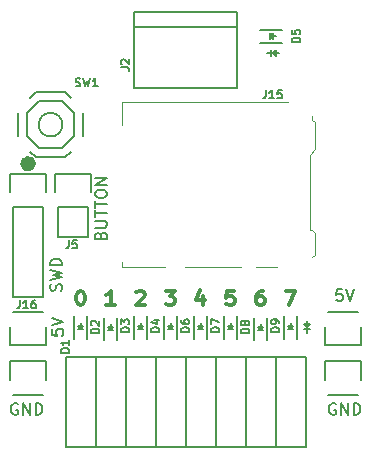
<source format=gbr>
G04 #@! TF.GenerationSoftware,KiCad,Pcbnew,5.1.5*
G04 #@! TF.CreationDate,2020-03-16T00:35:52-04:00*
G04 #@! TF.ProjectId,dot-driver,646f742d-6472-4697-9665-722e6b696361,rev?*
G04 #@! TF.SameCoordinates,Original*
G04 #@! TF.FileFunction,Legend,Top*
G04 #@! TF.FilePolarity,Positive*
%FSLAX46Y46*%
G04 Gerber Fmt 4.6, Leading zero omitted, Abs format (unit mm)*
G04 Created by KiCad (PCBNEW 5.1.5) date 2020-03-16 00:35:52*
%MOMM*%
%LPD*%
G04 APERTURE LIST*
%ADD10C,0.150000*%
%ADD11C,0.200000*%
%ADD12C,0.800000*%
%ADD13C,0.300000*%
%ADD14C,0.120000*%
G04 APERTURE END LIST*
D10*
X148590000Y-80010000D02*
X148590000Y-80518000D01*
X148209000Y-80518000D02*
X148209000Y-80010000D01*
X148844000Y-80264000D02*
X147828000Y-80264000D01*
X148590000Y-80518000D02*
X148336000Y-80264000D01*
X148336000Y-80264000D02*
X148590000Y-80010000D01*
X151511000Y-103632000D02*
X151003000Y-103632000D01*
X151257000Y-103505000D02*
X151003000Y-103251000D01*
X151511000Y-103251000D02*
X151257000Y-103505000D01*
X151003000Y-103251000D02*
X151511000Y-103251000D01*
X151257000Y-102997000D02*
X151257000Y-104013000D01*
D11*
X133786571Y-95733904D02*
X133834190Y-95591047D01*
X133881809Y-95543428D01*
X133977047Y-95495809D01*
X134119904Y-95495809D01*
X134215142Y-95543428D01*
X134262761Y-95591047D01*
X134310380Y-95686285D01*
X134310380Y-96067238D01*
X133310380Y-96067238D01*
X133310380Y-95733904D01*
X133358000Y-95638666D01*
X133405619Y-95591047D01*
X133500857Y-95543428D01*
X133596095Y-95543428D01*
X133691333Y-95591047D01*
X133738952Y-95638666D01*
X133786571Y-95733904D01*
X133786571Y-96067238D01*
X133310380Y-95067238D02*
X134119904Y-95067238D01*
X134215142Y-95019619D01*
X134262761Y-94972000D01*
X134310380Y-94876761D01*
X134310380Y-94686285D01*
X134262761Y-94591047D01*
X134215142Y-94543428D01*
X134119904Y-94495809D01*
X133310380Y-94495809D01*
X133310380Y-94162476D02*
X133310380Y-93591047D01*
X134310380Y-93876761D02*
X133310380Y-93876761D01*
X133310380Y-93400571D02*
X133310380Y-92829142D01*
X134310380Y-93114857D02*
X133310380Y-93114857D01*
X133310380Y-92305333D02*
X133310380Y-92114857D01*
X133358000Y-92019619D01*
X133453238Y-91924380D01*
X133643714Y-91876761D01*
X133977047Y-91876761D01*
X134167523Y-91924380D01*
X134262761Y-92019619D01*
X134310380Y-92114857D01*
X134310380Y-92305333D01*
X134262761Y-92400571D01*
X134167523Y-92495809D01*
X133977047Y-92543428D01*
X133643714Y-92543428D01*
X133453238Y-92495809D01*
X133358000Y-92400571D01*
X133310380Y-92305333D01*
X134310380Y-91448190D02*
X133310380Y-91448190D01*
X134310380Y-90876761D01*
X133310380Y-90876761D01*
D12*
X127918981Y-89662000D02*
G75*
G03X127918981Y-89662000I-283981J0D01*
G01*
D11*
X130452761Y-100417142D02*
X130500380Y-100274285D01*
X130500380Y-100036190D01*
X130452761Y-99940952D01*
X130405142Y-99893333D01*
X130309904Y-99845714D01*
X130214666Y-99845714D01*
X130119428Y-99893333D01*
X130071809Y-99940952D01*
X130024190Y-100036190D01*
X129976571Y-100226666D01*
X129928952Y-100321904D01*
X129881333Y-100369523D01*
X129786095Y-100417142D01*
X129690857Y-100417142D01*
X129595619Y-100369523D01*
X129548000Y-100321904D01*
X129500380Y-100226666D01*
X129500380Y-99988571D01*
X129548000Y-99845714D01*
X129500380Y-99512380D02*
X130500380Y-99274285D01*
X129786095Y-99083809D01*
X130500380Y-98893333D01*
X129500380Y-98655238D01*
X130500380Y-98274285D02*
X129500380Y-98274285D01*
X129500380Y-98036190D01*
X129548000Y-97893333D01*
X129643238Y-97798095D01*
X129738476Y-97750476D01*
X129928952Y-97702857D01*
X130071809Y-97702857D01*
X130262285Y-97750476D01*
X130357523Y-97798095D01*
X130452761Y-97893333D01*
X130500380Y-98036190D01*
X130500380Y-98274285D01*
X154241523Y-100290380D02*
X153765333Y-100290380D01*
X153717714Y-100766571D01*
X153765333Y-100718952D01*
X153860571Y-100671333D01*
X154098666Y-100671333D01*
X154193904Y-100718952D01*
X154241523Y-100766571D01*
X154289142Y-100861809D01*
X154289142Y-101099904D01*
X154241523Y-101195142D01*
X154193904Y-101242761D01*
X154098666Y-101290380D01*
X153860571Y-101290380D01*
X153765333Y-101242761D01*
X153717714Y-101195142D01*
X154574857Y-100290380D02*
X154908190Y-101290380D01*
X155241523Y-100290380D01*
X153670095Y-109990000D02*
X153574857Y-109942380D01*
X153432000Y-109942380D01*
X153289142Y-109990000D01*
X153193904Y-110085238D01*
X153146285Y-110180476D01*
X153098666Y-110370952D01*
X153098666Y-110513809D01*
X153146285Y-110704285D01*
X153193904Y-110799523D01*
X153289142Y-110894761D01*
X153432000Y-110942380D01*
X153527238Y-110942380D01*
X153670095Y-110894761D01*
X153717714Y-110847142D01*
X153717714Y-110513809D01*
X153527238Y-110513809D01*
X154146285Y-110942380D02*
X154146285Y-109942380D01*
X154717714Y-110942380D01*
X154717714Y-109942380D01*
X155193904Y-110942380D02*
X155193904Y-109942380D01*
X155432000Y-109942380D01*
X155574857Y-109990000D01*
X155670095Y-110085238D01*
X155717714Y-110180476D01*
X155765333Y-110370952D01*
X155765333Y-110513809D01*
X155717714Y-110704285D01*
X155670095Y-110799523D01*
X155574857Y-110894761D01*
X155432000Y-110942380D01*
X155193904Y-110942380D01*
X126746095Y-109990000D02*
X126650857Y-109942380D01*
X126508000Y-109942380D01*
X126365142Y-109990000D01*
X126269904Y-110085238D01*
X126222285Y-110180476D01*
X126174666Y-110370952D01*
X126174666Y-110513809D01*
X126222285Y-110704285D01*
X126269904Y-110799523D01*
X126365142Y-110894761D01*
X126508000Y-110942380D01*
X126603238Y-110942380D01*
X126746095Y-110894761D01*
X126793714Y-110847142D01*
X126793714Y-110513809D01*
X126603238Y-110513809D01*
X127222285Y-110942380D02*
X127222285Y-109942380D01*
X127793714Y-110942380D01*
X127793714Y-109942380D01*
X128269904Y-110942380D02*
X128269904Y-109942380D01*
X128508000Y-109942380D01*
X128650857Y-109990000D01*
X128746095Y-110085238D01*
X128793714Y-110180476D01*
X128841333Y-110370952D01*
X128841333Y-110513809D01*
X128793714Y-110704285D01*
X128746095Y-110799523D01*
X128650857Y-110894761D01*
X128508000Y-110942380D01*
X128269904Y-110942380D01*
X129627380Y-103695476D02*
X129627380Y-104171666D01*
X130103571Y-104219285D01*
X130055952Y-104171666D01*
X130008333Y-104076428D01*
X130008333Y-103838333D01*
X130055952Y-103743095D01*
X130103571Y-103695476D01*
X130198809Y-103647857D01*
X130436904Y-103647857D01*
X130532142Y-103695476D01*
X130579761Y-103743095D01*
X130627380Y-103838333D01*
X130627380Y-104076428D01*
X130579761Y-104171666D01*
X130532142Y-104219285D01*
X129627380Y-103362142D02*
X130627380Y-103028809D01*
X129627380Y-102695476D01*
D13*
X149460000Y-100434857D02*
X150260000Y-100434857D01*
X149745714Y-101634857D01*
X147548571Y-100434857D02*
X147320000Y-100434857D01*
X147205714Y-100492000D01*
X147148571Y-100549142D01*
X147034285Y-100720571D01*
X146977142Y-100949142D01*
X146977142Y-101406285D01*
X147034285Y-101520571D01*
X147091428Y-101577714D01*
X147205714Y-101634857D01*
X147434285Y-101634857D01*
X147548571Y-101577714D01*
X147605714Y-101520571D01*
X147662857Y-101406285D01*
X147662857Y-101120571D01*
X147605714Y-101006285D01*
X147548571Y-100949142D01*
X147434285Y-100892000D01*
X147205714Y-100892000D01*
X147091428Y-100949142D01*
X147034285Y-101006285D01*
X146977142Y-101120571D01*
X145065714Y-100434857D02*
X144494285Y-100434857D01*
X144437142Y-101006285D01*
X144494285Y-100949142D01*
X144608571Y-100892000D01*
X144894285Y-100892000D01*
X145008571Y-100949142D01*
X145065714Y-101006285D01*
X145122857Y-101120571D01*
X145122857Y-101406285D01*
X145065714Y-101520571D01*
X145008571Y-101577714D01*
X144894285Y-101634857D01*
X144608571Y-101634857D01*
X144494285Y-101577714D01*
X144437142Y-101520571D01*
X142468571Y-100834857D02*
X142468571Y-101634857D01*
X142182857Y-100377714D02*
X141897142Y-101234857D01*
X142640000Y-101234857D01*
X139300000Y-100434857D02*
X140042857Y-100434857D01*
X139642857Y-100892000D01*
X139814285Y-100892000D01*
X139928571Y-100949142D01*
X139985714Y-101006285D01*
X140042857Y-101120571D01*
X140042857Y-101406285D01*
X139985714Y-101520571D01*
X139928571Y-101577714D01*
X139814285Y-101634857D01*
X139471428Y-101634857D01*
X139357142Y-101577714D01*
X139300000Y-101520571D01*
X136817142Y-100549142D02*
X136874285Y-100492000D01*
X136988571Y-100434857D01*
X137274285Y-100434857D01*
X137388571Y-100492000D01*
X137445714Y-100549142D01*
X137502857Y-100663428D01*
X137502857Y-100777714D01*
X137445714Y-100949142D01*
X136760000Y-101634857D01*
X137502857Y-101634857D01*
X134962857Y-101634857D02*
X134277142Y-101634857D01*
X134620000Y-101634857D02*
X134620000Y-100434857D01*
X134505714Y-100606285D01*
X134391428Y-100720571D01*
X134277142Y-100777714D01*
X132022857Y-100434857D02*
X132137142Y-100434857D01*
X132251428Y-100492000D01*
X132308571Y-100549142D01*
X132365714Y-100663428D01*
X132422857Y-100892000D01*
X132422857Y-101177714D01*
X132365714Y-101406285D01*
X132308571Y-101520571D01*
X132251428Y-101577714D01*
X132137142Y-101634857D01*
X132022857Y-101634857D01*
X131908571Y-101577714D01*
X131851428Y-101520571D01*
X131794285Y-101406285D01*
X131737142Y-101177714D01*
X131737142Y-100892000D01*
X131794285Y-100663428D01*
X131851428Y-100549142D01*
X131908571Y-100492000D01*
X132022857Y-100434857D01*
D10*
X132630000Y-104490700D02*
X132630000Y-102590700D01*
X131530000Y-104490700D02*
X131530000Y-102590700D01*
X132080000Y-103590700D02*
X132080000Y-103140700D01*
X131830000Y-103640700D02*
X132330000Y-103640700D01*
X132080000Y-103640700D02*
X131830000Y-103390700D01*
X131830000Y-103390700D02*
X132330000Y-103390700D01*
X132330000Y-103390700D02*
X132080000Y-103640700D01*
X150410000Y-104490700D02*
X150410000Y-102590700D01*
X149310000Y-104490700D02*
X149310000Y-102590700D01*
X149860000Y-103590700D02*
X149860000Y-103140700D01*
X149610000Y-103640700D02*
X150110000Y-103640700D01*
X149860000Y-103640700D02*
X149610000Y-103390700D01*
X149610000Y-103390700D02*
X150110000Y-103390700D01*
X150110000Y-103390700D02*
X149860000Y-103640700D01*
X138430000Y-113665000D02*
X140970000Y-113665000D01*
X138430000Y-106045000D02*
X138430000Y-113665000D01*
X140970000Y-106045000D02*
X138430000Y-106045000D01*
X140970000Y-113665000D02*
X140970000Y-106045000D01*
X135170000Y-104605000D02*
X135170000Y-102705000D01*
X134070000Y-104605000D02*
X134070000Y-102705000D01*
X134620000Y-103705000D02*
X134620000Y-103255000D01*
X134370000Y-103755000D02*
X134870000Y-103755000D01*
X134620000Y-103755000D02*
X134370000Y-103505000D01*
X134370000Y-103505000D02*
X134870000Y-103505000D01*
X134870000Y-103505000D02*
X134620000Y-103755000D01*
X139950000Y-103390700D02*
X139700000Y-103640700D01*
X139450000Y-103390700D02*
X139950000Y-103390700D01*
X139700000Y-103640700D02*
X139450000Y-103390700D01*
X139450000Y-103640700D02*
X139950000Y-103640700D01*
X139700000Y-103590700D02*
X139700000Y-103140700D01*
X139150000Y-104490700D02*
X139150000Y-102590700D01*
X140250000Y-104490700D02*
X140250000Y-102590700D01*
X148348700Y-79117000D02*
X148098700Y-78867000D01*
X148348700Y-78617000D02*
X148348700Y-79117000D01*
X148098700Y-78867000D02*
X148348700Y-78617000D01*
X148098700Y-78617000D02*
X148098700Y-79117000D01*
X148148700Y-78867000D02*
X148598700Y-78867000D01*
X147248700Y-78317000D02*
X149148700Y-78317000D01*
X147248700Y-79417000D02*
X149148700Y-79417000D01*
D14*
X135625000Y-86365000D02*
X135625000Y-84445000D01*
X135625000Y-84445000D02*
X149635000Y-84445000D01*
X135625000Y-97965000D02*
X135625000Y-98415000D01*
X135625000Y-98415000D02*
X139235000Y-98415000D01*
X151895000Y-86125000D02*
X151895000Y-88435000D01*
X151895000Y-97385000D02*
X151895000Y-95525000D01*
X151895000Y-97385000D02*
X151695000Y-97585000D01*
X140935000Y-98415000D02*
X145635000Y-98415000D01*
X146935000Y-98415000D02*
X148735000Y-98415000D01*
X151545000Y-95315000D02*
X151545000Y-88945000D01*
X151545000Y-95315000D02*
X151695000Y-95315000D01*
X151895000Y-95525000D02*
X151695000Y-95315000D01*
X151895000Y-86125000D02*
X151695000Y-85925000D01*
X151695000Y-85925000D02*
X151695000Y-85665000D01*
X151895000Y-88435000D02*
X151545000Y-88945000D01*
D10*
X130175000Y-95885000D02*
X132715000Y-95885000D01*
X130175000Y-93345000D02*
X130175000Y-95885000D01*
X129895000Y-90525000D02*
X132995000Y-90525000D01*
X129895000Y-92075000D02*
X129895000Y-90525000D01*
X132715000Y-93345000D02*
X130175000Y-93345000D01*
X132995000Y-90525000D02*
X132995000Y-92075000D01*
X132715000Y-93345000D02*
X132715000Y-95885000D01*
X142490000Y-103390700D02*
X142240000Y-103640700D01*
X141990000Y-103390700D02*
X142490000Y-103390700D01*
X142240000Y-103640700D02*
X141990000Y-103390700D01*
X141990000Y-103640700D02*
X142490000Y-103640700D01*
X142240000Y-103590700D02*
X142240000Y-103140700D01*
X141690000Y-104490700D02*
X141690000Y-102590700D01*
X142790000Y-104490700D02*
X142790000Y-102590700D01*
X137410000Y-103390700D02*
X137160000Y-103640700D01*
X136910000Y-103390700D02*
X137410000Y-103390700D01*
X137160000Y-103640700D02*
X136910000Y-103390700D01*
X136910000Y-103640700D02*
X137410000Y-103640700D01*
X137160000Y-103590700D02*
X137160000Y-103140700D01*
X136610000Y-104490700D02*
X136610000Y-102590700D01*
X137710000Y-104490700D02*
X137710000Y-102590700D01*
X151130000Y-113665000D02*
X151130000Y-106045000D01*
X151130000Y-106045000D02*
X148590000Y-106045000D01*
X148590000Y-106045000D02*
X148590000Y-113665000D01*
X148590000Y-113665000D02*
X151130000Y-113665000D01*
X146050000Y-113665000D02*
X148590000Y-113665000D01*
X146050000Y-106045000D02*
X146050000Y-113665000D01*
X148590000Y-106045000D02*
X146050000Y-106045000D01*
X148590000Y-113665000D02*
X148590000Y-106045000D01*
X143510000Y-113665000D02*
X146050000Y-113665000D01*
X143510000Y-106045000D02*
X143510000Y-113665000D01*
X146050000Y-106045000D02*
X143510000Y-106045000D01*
X146050000Y-113665000D02*
X146050000Y-106045000D01*
X143510000Y-113665000D02*
X143510000Y-106045000D01*
X143510000Y-106045000D02*
X140970000Y-106045000D01*
X140970000Y-106045000D02*
X140970000Y-113665000D01*
X140970000Y-113665000D02*
X143510000Y-113665000D01*
X138430000Y-113665000D02*
X138430000Y-106045000D01*
X138430000Y-106045000D02*
X135890000Y-106045000D01*
X135890000Y-106045000D02*
X135890000Y-113665000D01*
X135890000Y-113665000D02*
X138430000Y-113665000D01*
X133350000Y-113665000D02*
X135890000Y-113665000D01*
X133350000Y-106045000D02*
X133350000Y-113665000D01*
X135890000Y-106045000D02*
X133350000Y-106045000D01*
X135890000Y-113665000D02*
X135890000Y-106045000D01*
X133350000Y-113665000D02*
X133350000Y-106045000D01*
X133350000Y-106045000D02*
X130810000Y-106045000D01*
X130810000Y-106045000D02*
X130810000Y-113665000D01*
X130810000Y-113665000D02*
X133350000Y-113665000D01*
X126365000Y-93345000D02*
X126365000Y-100965000D01*
X128905000Y-93345000D02*
X128905000Y-100965000D01*
X129185000Y-90525000D02*
X129185000Y-92075000D01*
X126365000Y-100965000D02*
X128905000Y-100965000D01*
X128905000Y-93345000D02*
X126365000Y-93345000D01*
X126085000Y-92075000D02*
X126085000Y-90525000D01*
X126085000Y-90525000D02*
X129185000Y-90525000D01*
X145330000Y-104490700D02*
X145330000Y-102590700D01*
X144230000Y-104490700D02*
X144230000Y-102590700D01*
X144780000Y-103590700D02*
X144780000Y-103140700D01*
X144530000Y-103640700D02*
X145030000Y-103640700D01*
X144780000Y-103640700D02*
X144530000Y-103390700D01*
X144530000Y-103390700D02*
X145030000Y-103390700D01*
X145030000Y-103390700D02*
X144780000Y-103640700D01*
X147570000Y-103505000D02*
X147320000Y-103755000D01*
X147070000Y-103505000D02*
X147570000Y-103505000D01*
X147320000Y-103755000D02*
X147070000Y-103505000D01*
X147070000Y-103755000D02*
X147570000Y-103755000D01*
X147320000Y-103705000D02*
X147320000Y-103255000D01*
X146770000Y-104605000D02*
X146770000Y-102705000D01*
X147870000Y-104605000D02*
X147870000Y-102705000D01*
X126085000Y-105055000D02*
X126085000Y-103505000D01*
X129185000Y-103505000D02*
X129185000Y-105055000D01*
X129185000Y-105055000D02*
X126085000Y-105055000D01*
X128905000Y-102235000D02*
X126365000Y-102235000D01*
X155575000Y-102235000D02*
X153035000Y-102235000D01*
X155855000Y-105055000D02*
X152755000Y-105055000D01*
X155855000Y-103505000D02*
X155855000Y-105055000D01*
X152755000Y-105055000D02*
X152755000Y-103505000D01*
X126365000Y-109220000D02*
X128905000Y-109220000D01*
X126085000Y-106400000D02*
X129185000Y-106400000D01*
X126085000Y-107950000D02*
X126085000Y-106400000D01*
X129185000Y-106400000D02*
X129185000Y-107950000D01*
X155855000Y-106400000D02*
X155855000Y-107950000D01*
X152755000Y-107950000D02*
X152755000Y-106400000D01*
X152755000Y-106400000D02*
X155855000Y-106400000D01*
X153035000Y-109220000D02*
X155575000Y-109220000D01*
X145320900Y-76827540D02*
X136620900Y-76827540D01*
X145320900Y-83232540D02*
X136620900Y-83232540D01*
X136620900Y-83232540D02*
X136620900Y-76827540D01*
X136620900Y-78057540D02*
X145320900Y-78057540D01*
X145320900Y-76827540D02*
X145320900Y-83232540D01*
X127840000Y-88660000D02*
X128290000Y-89110000D01*
X131240000Y-88660000D02*
X130790000Y-89110000D01*
X131240000Y-84060000D02*
X130790000Y-83610000D01*
X127840000Y-84060000D02*
X128290000Y-83610000D01*
X127540000Y-85360000D02*
X128540000Y-84360000D01*
X128540000Y-84360000D02*
X130540000Y-84360000D01*
X130540000Y-84360000D02*
X131540000Y-85360000D01*
X131540000Y-85360000D02*
X131540000Y-87360000D01*
X131540000Y-87360000D02*
X130540000Y-88360000D01*
X130540000Y-88360000D02*
X128540000Y-88360000D01*
X128540000Y-88360000D02*
X127540000Y-87360000D01*
X127540000Y-87360000D02*
X127540000Y-85360000D01*
X132290000Y-85360000D02*
X132290000Y-87360000D01*
X128290000Y-89110000D02*
X130790000Y-89110000D01*
X126790000Y-85360000D02*
X126790000Y-87360000D01*
X128290000Y-83610000D02*
X130790000Y-83610000D01*
X130540000Y-86360000D02*
G75*
G03X130540000Y-86360000I-1000000J0D01*
G01*
X131126666Y-105672666D02*
X130426666Y-105672666D01*
X130426666Y-105506000D01*
X130460000Y-105406000D01*
X130526666Y-105339333D01*
X130593333Y-105306000D01*
X130726666Y-105272666D01*
X130826666Y-105272666D01*
X130960000Y-105306000D01*
X131026666Y-105339333D01*
X131093333Y-105406000D01*
X131126666Y-105506000D01*
X131126666Y-105672666D01*
X131126666Y-104606000D02*
X131126666Y-105006000D01*
X131126666Y-104806000D02*
X130426666Y-104806000D01*
X130526666Y-104872666D01*
X130593333Y-104939333D01*
X130626666Y-105006000D01*
X148906666Y-103907366D02*
X148206666Y-103907366D01*
X148206666Y-103740700D01*
X148240000Y-103640700D01*
X148306666Y-103574033D01*
X148373333Y-103540700D01*
X148506666Y-103507366D01*
X148606666Y-103507366D01*
X148740000Y-103540700D01*
X148806666Y-103574033D01*
X148873333Y-103640700D01*
X148906666Y-103740700D01*
X148906666Y-103907366D01*
X148906666Y-103174033D02*
X148906666Y-103040700D01*
X148873333Y-102974033D01*
X148840000Y-102940700D01*
X148740000Y-102874033D01*
X148606666Y-102840700D01*
X148340000Y-102840700D01*
X148273333Y-102874033D01*
X148240000Y-102907366D01*
X148206666Y-102974033D01*
X148206666Y-103107366D01*
X148240000Y-103174033D01*
X148273333Y-103207366D01*
X148340000Y-103240700D01*
X148506666Y-103240700D01*
X148573333Y-103207366D01*
X148606666Y-103174033D01*
X148640000Y-103107366D01*
X148640000Y-102974033D01*
X148606666Y-102907366D01*
X148573333Y-102874033D01*
X148506666Y-102840700D01*
X133666666Y-104021666D02*
X132966666Y-104021666D01*
X132966666Y-103855000D01*
X133000000Y-103755000D01*
X133066666Y-103688333D01*
X133133333Y-103655000D01*
X133266666Y-103621666D01*
X133366666Y-103621666D01*
X133500000Y-103655000D01*
X133566666Y-103688333D01*
X133633333Y-103755000D01*
X133666666Y-103855000D01*
X133666666Y-104021666D01*
X133033333Y-103355000D02*
X133000000Y-103321666D01*
X132966666Y-103255000D01*
X132966666Y-103088333D01*
X133000000Y-103021666D01*
X133033333Y-102988333D01*
X133100000Y-102955000D01*
X133166666Y-102955000D01*
X133266666Y-102988333D01*
X133666666Y-103388333D01*
X133666666Y-102955000D01*
X138746666Y-103907366D02*
X138046666Y-103907366D01*
X138046666Y-103740700D01*
X138080000Y-103640700D01*
X138146666Y-103574033D01*
X138213333Y-103540700D01*
X138346666Y-103507366D01*
X138446666Y-103507366D01*
X138580000Y-103540700D01*
X138646666Y-103574033D01*
X138713333Y-103640700D01*
X138746666Y-103740700D01*
X138746666Y-103907366D01*
X138280000Y-102907366D02*
X138746666Y-102907366D01*
X138013333Y-103074033D02*
X138513333Y-103240700D01*
X138513333Y-102807366D01*
X150684666Y-79383666D02*
X149984666Y-79383666D01*
X149984666Y-79217000D01*
X150018000Y-79117000D01*
X150084666Y-79050333D01*
X150151333Y-79017000D01*
X150284666Y-78983666D01*
X150384666Y-78983666D01*
X150518000Y-79017000D01*
X150584666Y-79050333D01*
X150651333Y-79117000D01*
X150684666Y-79217000D01*
X150684666Y-79383666D01*
X149984666Y-78350333D02*
X149984666Y-78683666D01*
X150318000Y-78717000D01*
X150284666Y-78683666D01*
X150251333Y-78617000D01*
X150251333Y-78450333D01*
X150284666Y-78383666D01*
X150318000Y-78350333D01*
X150384666Y-78317000D01*
X150551333Y-78317000D01*
X150618000Y-78350333D01*
X150651333Y-78383666D01*
X150684666Y-78450333D01*
X150684666Y-78617000D01*
X150651333Y-78683666D01*
X150618000Y-78717000D01*
X147769333Y-83436666D02*
X147769333Y-83936666D01*
X147736000Y-84036666D01*
X147669333Y-84103333D01*
X147569333Y-84136666D01*
X147502666Y-84136666D01*
X148469333Y-84136666D02*
X148069333Y-84136666D01*
X148269333Y-84136666D02*
X148269333Y-83436666D01*
X148202666Y-83536666D01*
X148136000Y-83603333D01*
X148069333Y-83636666D01*
X149102666Y-83436666D02*
X148769333Y-83436666D01*
X148736000Y-83770000D01*
X148769333Y-83736666D01*
X148836000Y-83703333D01*
X149002666Y-83703333D01*
X149069333Y-83736666D01*
X149102666Y-83770000D01*
X149136000Y-83836666D01*
X149136000Y-84003333D01*
X149102666Y-84070000D01*
X149069333Y-84103333D01*
X149002666Y-84136666D01*
X148836000Y-84136666D01*
X148769333Y-84103333D01*
X148736000Y-84070000D01*
X131084666Y-96136666D02*
X131084666Y-96636666D01*
X131051333Y-96736666D01*
X130984666Y-96803333D01*
X130884666Y-96836666D01*
X130818000Y-96836666D01*
X131751333Y-96136666D02*
X131418000Y-96136666D01*
X131384666Y-96470000D01*
X131418000Y-96436666D01*
X131484666Y-96403333D01*
X131651333Y-96403333D01*
X131718000Y-96436666D01*
X131751333Y-96470000D01*
X131784666Y-96536666D01*
X131784666Y-96703333D01*
X131751333Y-96770000D01*
X131718000Y-96803333D01*
X131651333Y-96836666D01*
X131484666Y-96836666D01*
X131418000Y-96803333D01*
X131384666Y-96770000D01*
X141286666Y-103907366D02*
X140586666Y-103907366D01*
X140586666Y-103740700D01*
X140620000Y-103640700D01*
X140686666Y-103574033D01*
X140753333Y-103540700D01*
X140886666Y-103507366D01*
X140986666Y-103507366D01*
X141120000Y-103540700D01*
X141186666Y-103574033D01*
X141253333Y-103640700D01*
X141286666Y-103740700D01*
X141286666Y-103907366D01*
X140586666Y-102907366D02*
X140586666Y-103040700D01*
X140620000Y-103107366D01*
X140653333Y-103140700D01*
X140753333Y-103207366D01*
X140886666Y-103240700D01*
X141153333Y-103240700D01*
X141220000Y-103207366D01*
X141253333Y-103174033D01*
X141286666Y-103107366D01*
X141286666Y-102974033D01*
X141253333Y-102907366D01*
X141220000Y-102874033D01*
X141153333Y-102840700D01*
X140986666Y-102840700D01*
X140920000Y-102874033D01*
X140886666Y-102907366D01*
X140853333Y-102974033D01*
X140853333Y-103107366D01*
X140886666Y-103174033D01*
X140920000Y-103207366D01*
X140986666Y-103240700D01*
X136206666Y-103907366D02*
X135506666Y-103907366D01*
X135506666Y-103740700D01*
X135540000Y-103640700D01*
X135606666Y-103574033D01*
X135673333Y-103540700D01*
X135806666Y-103507366D01*
X135906666Y-103507366D01*
X136040000Y-103540700D01*
X136106666Y-103574033D01*
X136173333Y-103640700D01*
X136206666Y-103740700D01*
X136206666Y-103907366D01*
X135506666Y-103274033D02*
X135506666Y-102840700D01*
X135773333Y-103074033D01*
X135773333Y-102974033D01*
X135806666Y-102907366D01*
X135840000Y-102874033D01*
X135906666Y-102840700D01*
X136073333Y-102840700D01*
X136140000Y-102874033D01*
X136173333Y-102907366D01*
X136206666Y-102974033D01*
X136206666Y-103174033D01*
X136173333Y-103240700D01*
X136140000Y-103274033D01*
X126941333Y-101216666D02*
X126941333Y-101716666D01*
X126908000Y-101816666D01*
X126841333Y-101883333D01*
X126741333Y-101916666D01*
X126674666Y-101916666D01*
X127641333Y-101916666D02*
X127241333Y-101916666D01*
X127441333Y-101916666D02*
X127441333Y-101216666D01*
X127374666Y-101316666D01*
X127308000Y-101383333D01*
X127241333Y-101416666D01*
X128241333Y-101216666D02*
X128108000Y-101216666D01*
X128041333Y-101250000D01*
X128008000Y-101283333D01*
X127941333Y-101383333D01*
X127908000Y-101516666D01*
X127908000Y-101783333D01*
X127941333Y-101850000D01*
X127974666Y-101883333D01*
X128041333Y-101916666D01*
X128174666Y-101916666D01*
X128241333Y-101883333D01*
X128274666Y-101850000D01*
X128308000Y-101783333D01*
X128308000Y-101616666D01*
X128274666Y-101550000D01*
X128241333Y-101516666D01*
X128174666Y-101483333D01*
X128041333Y-101483333D01*
X127974666Y-101516666D01*
X127941333Y-101550000D01*
X127908000Y-101616666D01*
X143826666Y-103907366D02*
X143126666Y-103907366D01*
X143126666Y-103740700D01*
X143160000Y-103640700D01*
X143226666Y-103574033D01*
X143293333Y-103540700D01*
X143426666Y-103507366D01*
X143526666Y-103507366D01*
X143660000Y-103540700D01*
X143726666Y-103574033D01*
X143793333Y-103640700D01*
X143826666Y-103740700D01*
X143826666Y-103907366D01*
X143126666Y-103274033D02*
X143126666Y-102807366D01*
X143826666Y-103107366D01*
X146366666Y-104021666D02*
X145666666Y-104021666D01*
X145666666Y-103855000D01*
X145700000Y-103755000D01*
X145766666Y-103688333D01*
X145833333Y-103655000D01*
X145966666Y-103621666D01*
X146066666Y-103621666D01*
X146200000Y-103655000D01*
X146266666Y-103688333D01*
X146333333Y-103755000D01*
X146366666Y-103855000D01*
X146366666Y-104021666D01*
X145966666Y-103221666D02*
X145933333Y-103288333D01*
X145900000Y-103321666D01*
X145833333Y-103355000D01*
X145800000Y-103355000D01*
X145733333Y-103321666D01*
X145700000Y-103288333D01*
X145666666Y-103221666D01*
X145666666Y-103088333D01*
X145700000Y-103021666D01*
X145733333Y-102988333D01*
X145800000Y-102955000D01*
X145833333Y-102955000D01*
X145900000Y-102988333D01*
X145933333Y-103021666D01*
X145966666Y-103088333D01*
X145966666Y-103221666D01*
X146000000Y-103288333D01*
X146033333Y-103321666D01*
X146100000Y-103355000D01*
X146233333Y-103355000D01*
X146300000Y-103321666D01*
X146333333Y-103288333D01*
X146366666Y-103221666D01*
X146366666Y-103088333D01*
X146333333Y-103021666D01*
X146300000Y-102988333D01*
X146233333Y-102955000D01*
X146100000Y-102955000D01*
X146033333Y-102988333D01*
X146000000Y-103021666D01*
X145966666Y-103088333D01*
X135506666Y-81513333D02*
X136006666Y-81513333D01*
X136106666Y-81546666D01*
X136173333Y-81613333D01*
X136206666Y-81713333D01*
X136206666Y-81780000D01*
X135573333Y-81213333D02*
X135540000Y-81180000D01*
X135506666Y-81113333D01*
X135506666Y-80946666D01*
X135540000Y-80880000D01*
X135573333Y-80846666D01*
X135640000Y-80813333D01*
X135706666Y-80813333D01*
X135806666Y-80846666D01*
X136206666Y-81246666D01*
X136206666Y-80813333D01*
X131654666Y-83087333D02*
X131754666Y-83120666D01*
X131921333Y-83120666D01*
X131988000Y-83087333D01*
X132021333Y-83054000D01*
X132054666Y-82987333D01*
X132054666Y-82920666D01*
X132021333Y-82854000D01*
X131988000Y-82820666D01*
X131921333Y-82787333D01*
X131788000Y-82754000D01*
X131721333Y-82720666D01*
X131688000Y-82687333D01*
X131654666Y-82620666D01*
X131654666Y-82554000D01*
X131688000Y-82487333D01*
X131721333Y-82454000D01*
X131788000Y-82420666D01*
X131954666Y-82420666D01*
X132054666Y-82454000D01*
X132288000Y-82420666D02*
X132454666Y-83120666D01*
X132588000Y-82620666D01*
X132721333Y-83120666D01*
X132888000Y-82420666D01*
X133521333Y-83120666D02*
X133121333Y-83120666D01*
X133321333Y-83120666D02*
X133321333Y-82420666D01*
X133254666Y-82520666D01*
X133188000Y-82587333D01*
X133121333Y-82620666D01*
M02*

</source>
